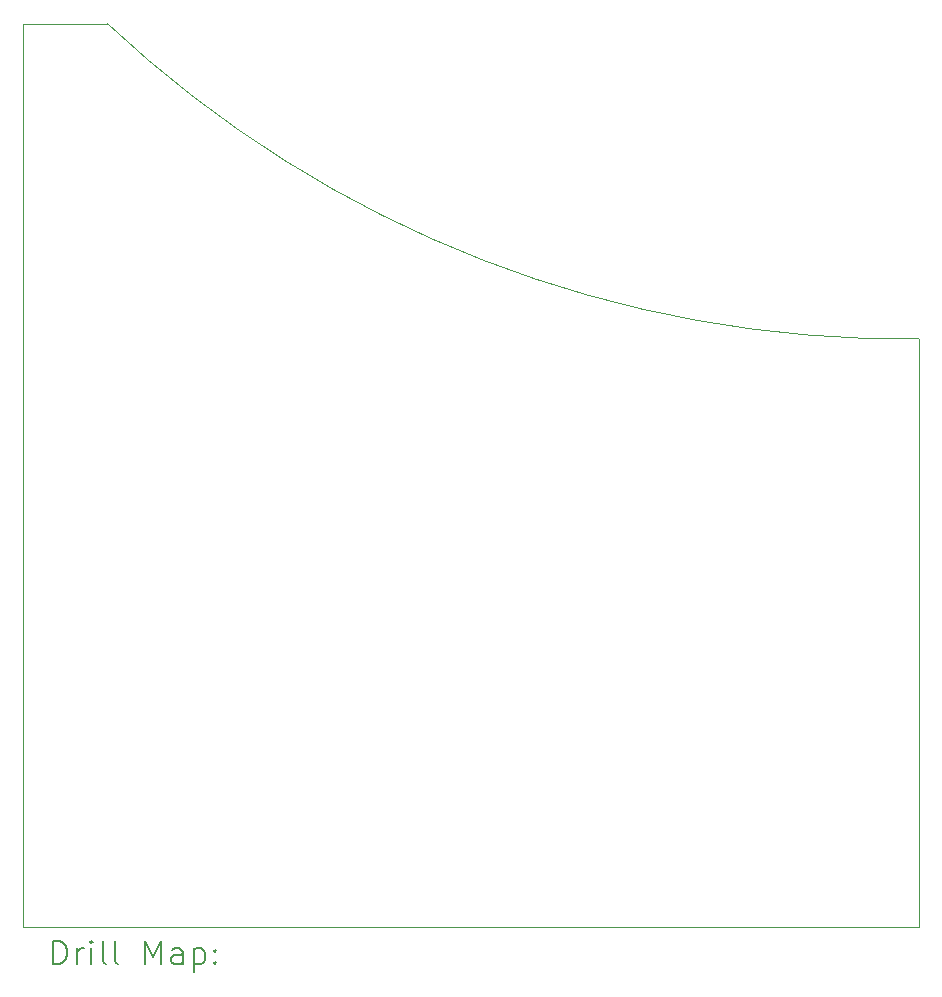
<source format=gbr>
%TF.GenerationSoftware,KiCad,Pcbnew,7.0.7*%
%TF.CreationDate,2023-11-28T10:30:48+00:00*%
%TF.ProjectId,Lynx-PS2,4c796e78-2d50-4533-922e-6b696361645f,rev?*%
%TF.SameCoordinates,Original*%
%TF.FileFunction,Drillmap*%
%TF.FilePolarity,Positive*%
%FSLAX45Y45*%
G04 Gerber Fmt 4.5, Leading zero omitted, Abs format (unit mm)*
G04 Created by KiCad (PCBNEW 7.0.7) date 2023-11-28 10:30:48*
%MOMM*%
%LPD*%
G01*
G04 APERTURE LIST*
%ADD10C,0.100000*%
%ADD11C,0.200000*%
G04 APERTURE END LIST*
D10*
X3510280Y-12298680D02*
X11094720Y-12298680D01*
X3510280Y-4653059D02*
X3510280Y-12298680D01*
X4226564Y-4653055D02*
G75*
G03*
X11095000Y-7321542I6745628J7189017D01*
G01*
X4226560Y-4653059D02*
X3510280Y-4653059D01*
X11094720Y-12298680D02*
X11095000Y-7321542D01*
D11*
X3766057Y-12615164D02*
X3766057Y-12415164D01*
X3766057Y-12415164D02*
X3813676Y-12415164D01*
X3813676Y-12415164D02*
X3842247Y-12424688D01*
X3842247Y-12424688D02*
X3861295Y-12443735D01*
X3861295Y-12443735D02*
X3870819Y-12462783D01*
X3870819Y-12462783D02*
X3880342Y-12500878D01*
X3880342Y-12500878D02*
X3880342Y-12529449D01*
X3880342Y-12529449D02*
X3870819Y-12567545D01*
X3870819Y-12567545D02*
X3861295Y-12586592D01*
X3861295Y-12586592D02*
X3842247Y-12605640D01*
X3842247Y-12605640D02*
X3813676Y-12615164D01*
X3813676Y-12615164D02*
X3766057Y-12615164D01*
X3966057Y-12615164D02*
X3966057Y-12481830D01*
X3966057Y-12519926D02*
X3975581Y-12500878D01*
X3975581Y-12500878D02*
X3985104Y-12491354D01*
X3985104Y-12491354D02*
X4004152Y-12481830D01*
X4004152Y-12481830D02*
X4023200Y-12481830D01*
X4089866Y-12615164D02*
X4089866Y-12481830D01*
X4089866Y-12415164D02*
X4080342Y-12424688D01*
X4080342Y-12424688D02*
X4089866Y-12434211D01*
X4089866Y-12434211D02*
X4099390Y-12424688D01*
X4099390Y-12424688D02*
X4089866Y-12415164D01*
X4089866Y-12415164D02*
X4089866Y-12434211D01*
X4213676Y-12615164D02*
X4194628Y-12605640D01*
X4194628Y-12605640D02*
X4185104Y-12586592D01*
X4185104Y-12586592D02*
X4185104Y-12415164D01*
X4318438Y-12615164D02*
X4299390Y-12605640D01*
X4299390Y-12605640D02*
X4289866Y-12586592D01*
X4289866Y-12586592D02*
X4289866Y-12415164D01*
X4547009Y-12615164D02*
X4547009Y-12415164D01*
X4547009Y-12415164D02*
X4613676Y-12558021D01*
X4613676Y-12558021D02*
X4680343Y-12415164D01*
X4680343Y-12415164D02*
X4680343Y-12615164D01*
X4861295Y-12615164D02*
X4861295Y-12510402D01*
X4861295Y-12510402D02*
X4851771Y-12491354D01*
X4851771Y-12491354D02*
X4832724Y-12481830D01*
X4832724Y-12481830D02*
X4794628Y-12481830D01*
X4794628Y-12481830D02*
X4775581Y-12491354D01*
X4861295Y-12605640D02*
X4842247Y-12615164D01*
X4842247Y-12615164D02*
X4794628Y-12615164D01*
X4794628Y-12615164D02*
X4775581Y-12605640D01*
X4775581Y-12605640D02*
X4766057Y-12586592D01*
X4766057Y-12586592D02*
X4766057Y-12567545D01*
X4766057Y-12567545D02*
X4775581Y-12548497D01*
X4775581Y-12548497D02*
X4794628Y-12538973D01*
X4794628Y-12538973D02*
X4842247Y-12538973D01*
X4842247Y-12538973D02*
X4861295Y-12529449D01*
X4956533Y-12481830D02*
X4956533Y-12681830D01*
X4956533Y-12491354D02*
X4975581Y-12481830D01*
X4975581Y-12481830D02*
X5013676Y-12481830D01*
X5013676Y-12481830D02*
X5032724Y-12491354D01*
X5032724Y-12491354D02*
X5042247Y-12500878D01*
X5042247Y-12500878D02*
X5051771Y-12519926D01*
X5051771Y-12519926D02*
X5051771Y-12577068D01*
X5051771Y-12577068D02*
X5042247Y-12596116D01*
X5042247Y-12596116D02*
X5032724Y-12605640D01*
X5032724Y-12605640D02*
X5013676Y-12615164D01*
X5013676Y-12615164D02*
X4975581Y-12615164D01*
X4975581Y-12615164D02*
X4956533Y-12605640D01*
X5137485Y-12596116D02*
X5147009Y-12605640D01*
X5147009Y-12605640D02*
X5137485Y-12615164D01*
X5137485Y-12615164D02*
X5127962Y-12605640D01*
X5127962Y-12605640D02*
X5137485Y-12596116D01*
X5137485Y-12596116D02*
X5137485Y-12615164D01*
X5137485Y-12491354D02*
X5147009Y-12500878D01*
X5147009Y-12500878D02*
X5137485Y-12510402D01*
X5137485Y-12510402D02*
X5127962Y-12500878D01*
X5127962Y-12500878D02*
X5137485Y-12491354D01*
X5137485Y-12491354D02*
X5137485Y-12510402D01*
M02*

</source>
